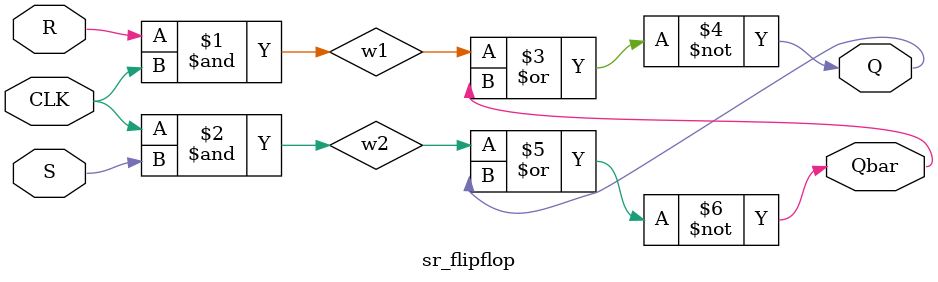
<source format=v>
`timescale 1ns / 1ps


module sr_flipflop(input CLK,input S,input R,output Q,output Qbar);
    wire w1, w2;
    and #1 NA1(w1, R, CLK);
    and #1 NA2(w2, CLK, S);
    nor #1 NO1(Q, w1, Qbar);
    nor #1 NO2(Qbar, w2, Q);
endmodule

</source>
